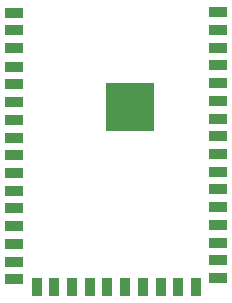
<source format=gbr>
%TF.GenerationSoftware,KiCad,Pcbnew,(5.1.8)-1*%
%TF.CreationDate,2021-07-06T20:41:50+01:00*%
%TF.ProjectId,ESP32-S2-PowerMeter,45535033-322d-4533-922d-506f7765724d,rev?*%
%TF.SameCoordinates,Original*%
%TF.FileFunction,Paste,Bot*%
%TF.FilePolarity,Positive*%
%FSLAX46Y46*%
G04 Gerber Fmt 4.6, Leading zero omitted, Abs format (unit mm)*
G04 Created by KiCad (PCBNEW (5.1.8)-1) date 2021-07-06 20:41:50*
%MOMM*%
%LPD*%
G01*
G04 APERTURE LIST*
%ADD10R,1.500000X0.900000*%
%ADD11R,0.900000X1.500000*%
%ADD12R,4.100000X4.100000*%
G04 APERTURE END LIST*
D10*
%TO.C,U1*%
X132125000Y-125725000D03*
X132125000Y-146725000D03*
X132125000Y-148225000D03*
D11*
X130250000Y-148975000D03*
X128750000Y-148975000D03*
X127250000Y-148975000D03*
X125750000Y-148975000D03*
X124250000Y-148975000D03*
X122750000Y-148975000D03*
X121250000Y-148975000D03*
X119750000Y-148975000D03*
D10*
X132125000Y-127225000D03*
X132125000Y-128725000D03*
X132125000Y-130225000D03*
X132125000Y-131725000D03*
X132125000Y-133225000D03*
X132125000Y-134725000D03*
X132125000Y-136225000D03*
X132125000Y-137725000D03*
X132125000Y-139225000D03*
X132125000Y-140725000D03*
X132125000Y-142225000D03*
X132125000Y-143725000D03*
X132125000Y-145225000D03*
X114875000Y-131825000D03*
X114875000Y-133325000D03*
X114875000Y-134825000D03*
X114875000Y-136325000D03*
X114875000Y-137825000D03*
X114875000Y-139325000D03*
X114875000Y-140825000D03*
X114875000Y-142325000D03*
X114875000Y-143825000D03*
X114875000Y-145325000D03*
X114875000Y-146825000D03*
X114875000Y-148325000D03*
D11*
X116750000Y-148975000D03*
X118250000Y-148975000D03*
D10*
X114875000Y-130325000D03*
X114875000Y-128725000D03*
X114875000Y-127225000D03*
X114875000Y-125825000D03*
D12*
X124690000Y-133765000D03*
%TD*%
M02*

</source>
